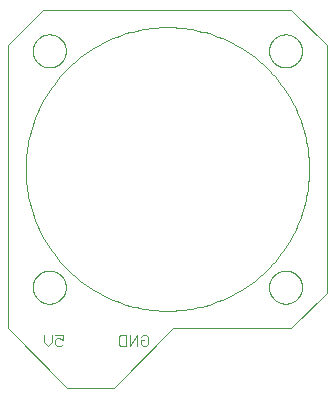
<source format=gbo>
G75*
%MOIN*%
%OFA0B0*%
%FSLAX25Y25*%
%IPPOS*%
%LPD*%
%AMOC8*
5,1,8,0,0,1.08239X$1,22.5*
%
%ADD10C,0.00000*%
%ADD11C,0.00300*%
D10*
X0019517Y0026222D02*
X0039202Y0006537D01*
X0054950Y0006537D01*
X0074635Y0026222D01*
X0114005Y0026222D01*
X0125816Y0038033D01*
X0125816Y0120710D01*
X0114005Y0132521D01*
X0031328Y0132521D01*
X0019517Y0120710D01*
X0019517Y0026222D01*
X0027784Y0040002D02*
X0027786Y0040150D01*
X0027792Y0040298D01*
X0027802Y0040446D01*
X0027816Y0040593D01*
X0027834Y0040740D01*
X0027855Y0040886D01*
X0027881Y0041032D01*
X0027911Y0041177D01*
X0027944Y0041321D01*
X0027982Y0041464D01*
X0028023Y0041606D01*
X0028068Y0041747D01*
X0028116Y0041887D01*
X0028169Y0042026D01*
X0028225Y0042163D01*
X0028285Y0042298D01*
X0028348Y0042432D01*
X0028415Y0042564D01*
X0028486Y0042694D01*
X0028560Y0042822D01*
X0028637Y0042948D01*
X0028718Y0043072D01*
X0028802Y0043194D01*
X0028889Y0043313D01*
X0028980Y0043430D01*
X0029074Y0043545D01*
X0029170Y0043657D01*
X0029270Y0043767D01*
X0029372Y0043873D01*
X0029478Y0043977D01*
X0029586Y0044078D01*
X0029697Y0044176D01*
X0029810Y0044272D01*
X0029926Y0044364D01*
X0030044Y0044453D01*
X0030165Y0044538D01*
X0030288Y0044621D01*
X0030413Y0044700D01*
X0030540Y0044776D01*
X0030669Y0044848D01*
X0030800Y0044917D01*
X0030933Y0044982D01*
X0031068Y0045043D01*
X0031204Y0045101D01*
X0031341Y0045156D01*
X0031480Y0045206D01*
X0031621Y0045253D01*
X0031762Y0045296D01*
X0031905Y0045336D01*
X0032049Y0045371D01*
X0032193Y0045403D01*
X0032339Y0045430D01*
X0032485Y0045454D01*
X0032632Y0045474D01*
X0032779Y0045490D01*
X0032926Y0045502D01*
X0033074Y0045510D01*
X0033222Y0045514D01*
X0033370Y0045514D01*
X0033518Y0045510D01*
X0033666Y0045502D01*
X0033813Y0045490D01*
X0033960Y0045474D01*
X0034107Y0045454D01*
X0034253Y0045430D01*
X0034399Y0045403D01*
X0034543Y0045371D01*
X0034687Y0045336D01*
X0034830Y0045296D01*
X0034971Y0045253D01*
X0035112Y0045206D01*
X0035251Y0045156D01*
X0035388Y0045101D01*
X0035524Y0045043D01*
X0035659Y0044982D01*
X0035792Y0044917D01*
X0035923Y0044848D01*
X0036052Y0044776D01*
X0036179Y0044700D01*
X0036304Y0044621D01*
X0036427Y0044538D01*
X0036548Y0044453D01*
X0036666Y0044364D01*
X0036782Y0044272D01*
X0036895Y0044176D01*
X0037006Y0044078D01*
X0037114Y0043977D01*
X0037220Y0043873D01*
X0037322Y0043767D01*
X0037422Y0043657D01*
X0037518Y0043545D01*
X0037612Y0043430D01*
X0037703Y0043313D01*
X0037790Y0043194D01*
X0037874Y0043072D01*
X0037955Y0042948D01*
X0038032Y0042822D01*
X0038106Y0042694D01*
X0038177Y0042564D01*
X0038244Y0042432D01*
X0038307Y0042298D01*
X0038367Y0042163D01*
X0038423Y0042026D01*
X0038476Y0041887D01*
X0038524Y0041747D01*
X0038569Y0041606D01*
X0038610Y0041464D01*
X0038648Y0041321D01*
X0038681Y0041177D01*
X0038711Y0041032D01*
X0038737Y0040886D01*
X0038758Y0040740D01*
X0038776Y0040593D01*
X0038790Y0040446D01*
X0038800Y0040298D01*
X0038806Y0040150D01*
X0038808Y0040002D01*
X0038806Y0039854D01*
X0038800Y0039706D01*
X0038790Y0039558D01*
X0038776Y0039411D01*
X0038758Y0039264D01*
X0038737Y0039118D01*
X0038711Y0038972D01*
X0038681Y0038827D01*
X0038648Y0038683D01*
X0038610Y0038540D01*
X0038569Y0038398D01*
X0038524Y0038257D01*
X0038476Y0038117D01*
X0038423Y0037978D01*
X0038367Y0037841D01*
X0038307Y0037706D01*
X0038244Y0037572D01*
X0038177Y0037440D01*
X0038106Y0037310D01*
X0038032Y0037182D01*
X0037955Y0037056D01*
X0037874Y0036932D01*
X0037790Y0036810D01*
X0037703Y0036691D01*
X0037612Y0036574D01*
X0037518Y0036459D01*
X0037422Y0036347D01*
X0037322Y0036237D01*
X0037220Y0036131D01*
X0037114Y0036027D01*
X0037006Y0035926D01*
X0036895Y0035828D01*
X0036782Y0035732D01*
X0036666Y0035640D01*
X0036548Y0035551D01*
X0036427Y0035466D01*
X0036304Y0035383D01*
X0036179Y0035304D01*
X0036052Y0035228D01*
X0035923Y0035156D01*
X0035792Y0035087D01*
X0035659Y0035022D01*
X0035524Y0034961D01*
X0035388Y0034903D01*
X0035251Y0034848D01*
X0035112Y0034798D01*
X0034971Y0034751D01*
X0034830Y0034708D01*
X0034687Y0034668D01*
X0034543Y0034633D01*
X0034399Y0034601D01*
X0034253Y0034574D01*
X0034107Y0034550D01*
X0033960Y0034530D01*
X0033813Y0034514D01*
X0033666Y0034502D01*
X0033518Y0034494D01*
X0033370Y0034490D01*
X0033222Y0034490D01*
X0033074Y0034494D01*
X0032926Y0034502D01*
X0032779Y0034514D01*
X0032632Y0034530D01*
X0032485Y0034550D01*
X0032339Y0034574D01*
X0032193Y0034601D01*
X0032049Y0034633D01*
X0031905Y0034668D01*
X0031762Y0034708D01*
X0031621Y0034751D01*
X0031480Y0034798D01*
X0031341Y0034848D01*
X0031204Y0034903D01*
X0031068Y0034961D01*
X0030933Y0035022D01*
X0030800Y0035087D01*
X0030669Y0035156D01*
X0030540Y0035228D01*
X0030413Y0035304D01*
X0030288Y0035383D01*
X0030165Y0035466D01*
X0030044Y0035551D01*
X0029926Y0035640D01*
X0029810Y0035732D01*
X0029697Y0035828D01*
X0029586Y0035926D01*
X0029478Y0036027D01*
X0029372Y0036131D01*
X0029270Y0036237D01*
X0029170Y0036347D01*
X0029074Y0036459D01*
X0028980Y0036574D01*
X0028889Y0036691D01*
X0028802Y0036810D01*
X0028718Y0036932D01*
X0028637Y0037056D01*
X0028560Y0037182D01*
X0028486Y0037310D01*
X0028415Y0037440D01*
X0028348Y0037572D01*
X0028285Y0037706D01*
X0028225Y0037841D01*
X0028169Y0037978D01*
X0028116Y0038117D01*
X0028068Y0038257D01*
X0028023Y0038398D01*
X0027982Y0038540D01*
X0027944Y0038683D01*
X0027911Y0038827D01*
X0027881Y0038972D01*
X0027855Y0039118D01*
X0027834Y0039264D01*
X0027816Y0039411D01*
X0027802Y0039558D01*
X0027792Y0039706D01*
X0027786Y0039854D01*
X0027784Y0040002D01*
X0025422Y0079372D02*
X0025436Y0080531D01*
X0025479Y0081690D01*
X0025550Y0082847D01*
X0025649Y0084003D01*
X0025777Y0085155D01*
X0025933Y0086304D01*
X0026118Y0087449D01*
X0026330Y0088589D01*
X0026570Y0089723D01*
X0026838Y0090851D01*
X0027133Y0091973D01*
X0027456Y0093086D01*
X0027806Y0094192D01*
X0028184Y0095288D01*
X0028588Y0096375D01*
X0029018Y0097451D01*
X0029475Y0098517D01*
X0029958Y0099571D01*
X0030467Y0100613D01*
X0031001Y0101643D01*
X0031560Y0102658D01*
X0032143Y0103660D01*
X0032752Y0104647D01*
X0033384Y0105619D01*
X0034040Y0106575D01*
X0034719Y0107515D01*
X0035421Y0108438D01*
X0036146Y0109343D01*
X0036892Y0110230D01*
X0037661Y0111099D01*
X0038450Y0111949D01*
X0039259Y0112779D01*
X0040089Y0113588D01*
X0040939Y0114377D01*
X0041808Y0115146D01*
X0042695Y0115892D01*
X0043600Y0116617D01*
X0044523Y0117319D01*
X0045463Y0117998D01*
X0046419Y0118654D01*
X0047391Y0119286D01*
X0048378Y0119895D01*
X0049380Y0120478D01*
X0050395Y0121037D01*
X0051425Y0121571D01*
X0052467Y0122080D01*
X0053521Y0122563D01*
X0054587Y0123020D01*
X0055663Y0123450D01*
X0056750Y0123854D01*
X0057846Y0124232D01*
X0058952Y0124582D01*
X0060065Y0124905D01*
X0061187Y0125200D01*
X0062315Y0125468D01*
X0063449Y0125708D01*
X0064589Y0125920D01*
X0065734Y0126105D01*
X0066883Y0126261D01*
X0068035Y0126389D01*
X0069191Y0126488D01*
X0070348Y0126559D01*
X0071507Y0126602D01*
X0072666Y0126616D01*
X0073825Y0126602D01*
X0074984Y0126559D01*
X0076141Y0126488D01*
X0077297Y0126389D01*
X0078449Y0126261D01*
X0079598Y0126105D01*
X0080743Y0125920D01*
X0081883Y0125708D01*
X0083017Y0125468D01*
X0084145Y0125200D01*
X0085267Y0124905D01*
X0086380Y0124582D01*
X0087486Y0124232D01*
X0088582Y0123854D01*
X0089669Y0123450D01*
X0090745Y0123020D01*
X0091811Y0122563D01*
X0092865Y0122080D01*
X0093907Y0121571D01*
X0094937Y0121037D01*
X0095952Y0120478D01*
X0096954Y0119895D01*
X0097941Y0119286D01*
X0098913Y0118654D01*
X0099869Y0117998D01*
X0100809Y0117319D01*
X0101732Y0116617D01*
X0102637Y0115892D01*
X0103524Y0115146D01*
X0104393Y0114377D01*
X0105243Y0113588D01*
X0106073Y0112779D01*
X0106882Y0111949D01*
X0107671Y0111099D01*
X0108440Y0110230D01*
X0109186Y0109343D01*
X0109911Y0108438D01*
X0110613Y0107515D01*
X0111292Y0106575D01*
X0111948Y0105619D01*
X0112580Y0104647D01*
X0113189Y0103660D01*
X0113772Y0102658D01*
X0114331Y0101643D01*
X0114865Y0100613D01*
X0115374Y0099571D01*
X0115857Y0098517D01*
X0116314Y0097451D01*
X0116744Y0096375D01*
X0117148Y0095288D01*
X0117526Y0094192D01*
X0117876Y0093086D01*
X0118199Y0091973D01*
X0118494Y0090851D01*
X0118762Y0089723D01*
X0119002Y0088589D01*
X0119214Y0087449D01*
X0119399Y0086304D01*
X0119555Y0085155D01*
X0119683Y0084003D01*
X0119782Y0082847D01*
X0119853Y0081690D01*
X0119896Y0080531D01*
X0119910Y0079372D01*
X0119896Y0078213D01*
X0119853Y0077054D01*
X0119782Y0075897D01*
X0119683Y0074741D01*
X0119555Y0073589D01*
X0119399Y0072440D01*
X0119214Y0071295D01*
X0119002Y0070155D01*
X0118762Y0069021D01*
X0118494Y0067893D01*
X0118199Y0066771D01*
X0117876Y0065658D01*
X0117526Y0064552D01*
X0117148Y0063456D01*
X0116744Y0062369D01*
X0116314Y0061293D01*
X0115857Y0060227D01*
X0115374Y0059173D01*
X0114865Y0058131D01*
X0114331Y0057101D01*
X0113772Y0056086D01*
X0113189Y0055084D01*
X0112580Y0054097D01*
X0111948Y0053125D01*
X0111292Y0052169D01*
X0110613Y0051229D01*
X0109911Y0050306D01*
X0109186Y0049401D01*
X0108440Y0048514D01*
X0107671Y0047645D01*
X0106882Y0046795D01*
X0106073Y0045965D01*
X0105243Y0045156D01*
X0104393Y0044367D01*
X0103524Y0043598D01*
X0102637Y0042852D01*
X0101732Y0042127D01*
X0100809Y0041425D01*
X0099869Y0040746D01*
X0098913Y0040090D01*
X0097941Y0039458D01*
X0096954Y0038849D01*
X0095952Y0038266D01*
X0094937Y0037707D01*
X0093907Y0037173D01*
X0092865Y0036664D01*
X0091811Y0036181D01*
X0090745Y0035724D01*
X0089669Y0035294D01*
X0088582Y0034890D01*
X0087486Y0034512D01*
X0086380Y0034162D01*
X0085267Y0033839D01*
X0084145Y0033544D01*
X0083017Y0033276D01*
X0081883Y0033036D01*
X0080743Y0032824D01*
X0079598Y0032639D01*
X0078449Y0032483D01*
X0077297Y0032355D01*
X0076141Y0032256D01*
X0074984Y0032185D01*
X0073825Y0032142D01*
X0072666Y0032128D01*
X0071507Y0032142D01*
X0070348Y0032185D01*
X0069191Y0032256D01*
X0068035Y0032355D01*
X0066883Y0032483D01*
X0065734Y0032639D01*
X0064589Y0032824D01*
X0063449Y0033036D01*
X0062315Y0033276D01*
X0061187Y0033544D01*
X0060065Y0033839D01*
X0058952Y0034162D01*
X0057846Y0034512D01*
X0056750Y0034890D01*
X0055663Y0035294D01*
X0054587Y0035724D01*
X0053521Y0036181D01*
X0052467Y0036664D01*
X0051425Y0037173D01*
X0050395Y0037707D01*
X0049380Y0038266D01*
X0048378Y0038849D01*
X0047391Y0039458D01*
X0046419Y0040090D01*
X0045463Y0040746D01*
X0044523Y0041425D01*
X0043600Y0042127D01*
X0042695Y0042852D01*
X0041808Y0043598D01*
X0040939Y0044367D01*
X0040089Y0045156D01*
X0039259Y0045965D01*
X0038450Y0046795D01*
X0037661Y0047645D01*
X0036892Y0048514D01*
X0036146Y0049401D01*
X0035421Y0050306D01*
X0034719Y0051229D01*
X0034040Y0052169D01*
X0033384Y0053125D01*
X0032752Y0054097D01*
X0032143Y0055084D01*
X0031560Y0056086D01*
X0031001Y0057101D01*
X0030467Y0058131D01*
X0029958Y0059173D01*
X0029475Y0060227D01*
X0029018Y0061293D01*
X0028588Y0062369D01*
X0028184Y0063456D01*
X0027806Y0064552D01*
X0027456Y0065658D01*
X0027133Y0066771D01*
X0026838Y0067893D01*
X0026570Y0069021D01*
X0026330Y0070155D01*
X0026118Y0071295D01*
X0025933Y0072440D01*
X0025777Y0073589D01*
X0025649Y0074741D01*
X0025550Y0075897D01*
X0025479Y0077054D01*
X0025436Y0078213D01*
X0025422Y0079372D01*
X0027784Y0118742D02*
X0027786Y0118890D01*
X0027792Y0119038D01*
X0027802Y0119186D01*
X0027816Y0119333D01*
X0027834Y0119480D01*
X0027855Y0119626D01*
X0027881Y0119772D01*
X0027911Y0119917D01*
X0027944Y0120061D01*
X0027982Y0120204D01*
X0028023Y0120346D01*
X0028068Y0120487D01*
X0028116Y0120627D01*
X0028169Y0120766D01*
X0028225Y0120903D01*
X0028285Y0121038D01*
X0028348Y0121172D01*
X0028415Y0121304D01*
X0028486Y0121434D01*
X0028560Y0121562D01*
X0028637Y0121688D01*
X0028718Y0121812D01*
X0028802Y0121934D01*
X0028889Y0122053D01*
X0028980Y0122170D01*
X0029074Y0122285D01*
X0029170Y0122397D01*
X0029270Y0122507D01*
X0029372Y0122613D01*
X0029478Y0122717D01*
X0029586Y0122818D01*
X0029697Y0122916D01*
X0029810Y0123012D01*
X0029926Y0123104D01*
X0030044Y0123193D01*
X0030165Y0123278D01*
X0030288Y0123361D01*
X0030413Y0123440D01*
X0030540Y0123516D01*
X0030669Y0123588D01*
X0030800Y0123657D01*
X0030933Y0123722D01*
X0031068Y0123783D01*
X0031204Y0123841D01*
X0031341Y0123896D01*
X0031480Y0123946D01*
X0031621Y0123993D01*
X0031762Y0124036D01*
X0031905Y0124076D01*
X0032049Y0124111D01*
X0032193Y0124143D01*
X0032339Y0124170D01*
X0032485Y0124194D01*
X0032632Y0124214D01*
X0032779Y0124230D01*
X0032926Y0124242D01*
X0033074Y0124250D01*
X0033222Y0124254D01*
X0033370Y0124254D01*
X0033518Y0124250D01*
X0033666Y0124242D01*
X0033813Y0124230D01*
X0033960Y0124214D01*
X0034107Y0124194D01*
X0034253Y0124170D01*
X0034399Y0124143D01*
X0034543Y0124111D01*
X0034687Y0124076D01*
X0034830Y0124036D01*
X0034971Y0123993D01*
X0035112Y0123946D01*
X0035251Y0123896D01*
X0035388Y0123841D01*
X0035524Y0123783D01*
X0035659Y0123722D01*
X0035792Y0123657D01*
X0035923Y0123588D01*
X0036052Y0123516D01*
X0036179Y0123440D01*
X0036304Y0123361D01*
X0036427Y0123278D01*
X0036548Y0123193D01*
X0036666Y0123104D01*
X0036782Y0123012D01*
X0036895Y0122916D01*
X0037006Y0122818D01*
X0037114Y0122717D01*
X0037220Y0122613D01*
X0037322Y0122507D01*
X0037422Y0122397D01*
X0037518Y0122285D01*
X0037612Y0122170D01*
X0037703Y0122053D01*
X0037790Y0121934D01*
X0037874Y0121812D01*
X0037955Y0121688D01*
X0038032Y0121562D01*
X0038106Y0121434D01*
X0038177Y0121304D01*
X0038244Y0121172D01*
X0038307Y0121038D01*
X0038367Y0120903D01*
X0038423Y0120766D01*
X0038476Y0120627D01*
X0038524Y0120487D01*
X0038569Y0120346D01*
X0038610Y0120204D01*
X0038648Y0120061D01*
X0038681Y0119917D01*
X0038711Y0119772D01*
X0038737Y0119626D01*
X0038758Y0119480D01*
X0038776Y0119333D01*
X0038790Y0119186D01*
X0038800Y0119038D01*
X0038806Y0118890D01*
X0038808Y0118742D01*
X0038806Y0118594D01*
X0038800Y0118446D01*
X0038790Y0118298D01*
X0038776Y0118151D01*
X0038758Y0118004D01*
X0038737Y0117858D01*
X0038711Y0117712D01*
X0038681Y0117567D01*
X0038648Y0117423D01*
X0038610Y0117280D01*
X0038569Y0117138D01*
X0038524Y0116997D01*
X0038476Y0116857D01*
X0038423Y0116718D01*
X0038367Y0116581D01*
X0038307Y0116446D01*
X0038244Y0116312D01*
X0038177Y0116180D01*
X0038106Y0116050D01*
X0038032Y0115922D01*
X0037955Y0115796D01*
X0037874Y0115672D01*
X0037790Y0115550D01*
X0037703Y0115431D01*
X0037612Y0115314D01*
X0037518Y0115199D01*
X0037422Y0115087D01*
X0037322Y0114977D01*
X0037220Y0114871D01*
X0037114Y0114767D01*
X0037006Y0114666D01*
X0036895Y0114568D01*
X0036782Y0114472D01*
X0036666Y0114380D01*
X0036548Y0114291D01*
X0036427Y0114206D01*
X0036304Y0114123D01*
X0036179Y0114044D01*
X0036052Y0113968D01*
X0035923Y0113896D01*
X0035792Y0113827D01*
X0035659Y0113762D01*
X0035524Y0113701D01*
X0035388Y0113643D01*
X0035251Y0113588D01*
X0035112Y0113538D01*
X0034971Y0113491D01*
X0034830Y0113448D01*
X0034687Y0113408D01*
X0034543Y0113373D01*
X0034399Y0113341D01*
X0034253Y0113314D01*
X0034107Y0113290D01*
X0033960Y0113270D01*
X0033813Y0113254D01*
X0033666Y0113242D01*
X0033518Y0113234D01*
X0033370Y0113230D01*
X0033222Y0113230D01*
X0033074Y0113234D01*
X0032926Y0113242D01*
X0032779Y0113254D01*
X0032632Y0113270D01*
X0032485Y0113290D01*
X0032339Y0113314D01*
X0032193Y0113341D01*
X0032049Y0113373D01*
X0031905Y0113408D01*
X0031762Y0113448D01*
X0031621Y0113491D01*
X0031480Y0113538D01*
X0031341Y0113588D01*
X0031204Y0113643D01*
X0031068Y0113701D01*
X0030933Y0113762D01*
X0030800Y0113827D01*
X0030669Y0113896D01*
X0030540Y0113968D01*
X0030413Y0114044D01*
X0030288Y0114123D01*
X0030165Y0114206D01*
X0030044Y0114291D01*
X0029926Y0114380D01*
X0029810Y0114472D01*
X0029697Y0114568D01*
X0029586Y0114666D01*
X0029478Y0114767D01*
X0029372Y0114871D01*
X0029270Y0114977D01*
X0029170Y0115087D01*
X0029074Y0115199D01*
X0028980Y0115314D01*
X0028889Y0115431D01*
X0028802Y0115550D01*
X0028718Y0115672D01*
X0028637Y0115796D01*
X0028560Y0115922D01*
X0028486Y0116050D01*
X0028415Y0116180D01*
X0028348Y0116312D01*
X0028285Y0116446D01*
X0028225Y0116581D01*
X0028169Y0116718D01*
X0028116Y0116857D01*
X0028068Y0116997D01*
X0028023Y0117138D01*
X0027982Y0117280D01*
X0027944Y0117423D01*
X0027911Y0117567D01*
X0027881Y0117712D01*
X0027855Y0117858D01*
X0027834Y0118004D01*
X0027816Y0118151D01*
X0027802Y0118298D01*
X0027792Y0118446D01*
X0027786Y0118594D01*
X0027784Y0118742D01*
X0106524Y0118742D02*
X0106526Y0118890D01*
X0106532Y0119038D01*
X0106542Y0119186D01*
X0106556Y0119333D01*
X0106574Y0119480D01*
X0106595Y0119626D01*
X0106621Y0119772D01*
X0106651Y0119917D01*
X0106684Y0120061D01*
X0106722Y0120204D01*
X0106763Y0120346D01*
X0106808Y0120487D01*
X0106856Y0120627D01*
X0106909Y0120766D01*
X0106965Y0120903D01*
X0107025Y0121038D01*
X0107088Y0121172D01*
X0107155Y0121304D01*
X0107226Y0121434D01*
X0107300Y0121562D01*
X0107377Y0121688D01*
X0107458Y0121812D01*
X0107542Y0121934D01*
X0107629Y0122053D01*
X0107720Y0122170D01*
X0107814Y0122285D01*
X0107910Y0122397D01*
X0108010Y0122507D01*
X0108112Y0122613D01*
X0108218Y0122717D01*
X0108326Y0122818D01*
X0108437Y0122916D01*
X0108550Y0123012D01*
X0108666Y0123104D01*
X0108784Y0123193D01*
X0108905Y0123278D01*
X0109028Y0123361D01*
X0109153Y0123440D01*
X0109280Y0123516D01*
X0109409Y0123588D01*
X0109540Y0123657D01*
X0109673Y0123722D01*
X0109808Y0123783D01*
X0109944Y0123841D01*
X0110081Y0123896D01*
X0110220Y0123946D01*
X0110361Y0123993D01*
X0110502Y0124036D01*
X0110645Y0124076D01*
X0110789Y0124111D01*
X0110933Y0124143D01*
X0111079Y0124170D01*
X0111225Y0124194D01*
X0111372Y0124214D01*
X0111519Y0124230D01*
X0111666Y0124242D01*
X0111814Y0124250D01*
X0111962Y0124254D01*
X0112110Y0124254D01*
X0112258Y0124250D01*
X0112406Y0124242D01*
X0112553Y0124230D01*
X0112700Y0124214D01*
X0112847Y0124194D01*
X0112993Y0124170D01*
X0113139Y0124143D01*
X0113283Y0124111D01*
X0113427Y0124076D01*
X0113570Y0124036D01*
X0113711Y0123993D01*
X0113852Y0123946D01*
X0113991Y0123896D01*
X0114128Y0123841D01*
X0114264Y0123783D01*
X0114399Y0123722D01*
X0114532Y0123657D01*
X0114663Y0123588D01*
X0114792Y0123516D01*
X0114919Y0123440D01*
X0115044Y0123361D01*
X0115167Y0123278D01*
X0115288Y0123193D01*
X0115406Y0123104D01*
X0115522Y0123012D01*
X0115635Y0122916D01*
X0115746Y0122818D01*
X0115854Y0122717D01*
X0115960Y0122613D01*
X0116062Y0122507D01*
X0116162Y0122397D01*
X0116258Y0122285D01*
X0116352Y0122170D01*
X0116443Y0122053D01*
X0116530Y0121934D01*
X0116614Y0121812D01*
X0116695Y0121688D01*
X0116772Y0121562D01*
X0116846Y0121434D01*
X0116917Y0121304D01*
X0116984Y0121172D01*
X0117047Y0121038D01*
X0117107Y0120903D01*
X0117163Y0120766D01*
X0117216Y0120627D01*
X0117264Y0120487D01*
X0117309Y0120346D01*
X0117350Y0120204D01*
X0117388Y0120061D01*
X0117421Y0119917D01*
X0117451Y0119772D01*
X0117477Y0119626D01*
X0117498Y0119480D01*
X0117516Y0119333D01*
X0117530Y0119186D01*
X0117540Y0119038D01*
X0117546Y0118890D01*
X0117548Y0118742D01*
X0117546Y0118594D01*
X0117540Y0118446D01*
X0117530Y0118298D01*
X0117516Y0118151D01*
X0117498Y0118004D01*
X0117477Y0117858D01*
X0117451Y0117712D01*
X0117421Y0117567D01*
X0117388Y0117423D01*
X0117350Y0117280D01*
X0117309Y0117138D01*
X0117264Y0116997D01*
X0117216Y0116857D01*
X0117163Y0116718D01*
X0117107Y0116581D01*
X0117047Y0116446D01*
X0116984Y0116312D01*
X0116917Y0116180D01*
X0116846Y0116050D01*
X0116772Y0115922D01*
X0116695Y0115796D01*
X0116614Y0115672D01*
X0116530Y0115550D01*
X0116443Y0115431D01*
X0116352Y0115314D01*
X0116258Y0115199D01*
X0116162Y0115087D01*
X0116062Y0114977D01*
X0115960Y0114871D01*
X0115854Y0114767D01*
X0115746Y0114666D01*
X0115635Y0114568D01*
X0115522Y0114472D01*
X0115406Y0114380D01*
X0115288Y0114291D01*
X0115167Y0114206D01*
X0115044Y0114123D01*
X0114919Y0114044D01*
X0114792Y0113968D01*
X0114663Y0113896D01*
X0114532Y0113827D01*
X0114399Y0113762D01*
X0114264Y0113701D01*
X0114128Y0113643D01*
X0113991Y0113588D01*
X0113852Y0113538D01*
X0113711Y0113491D01*
X0113570Y0113448D01*
X0113427Y0113408D01*
X0113283Y0113373D01*
X0113139Y0113341D01*
X0112993Y0113314D01*
X0112847Y0113290D01*
X0112700Y0113270D01*
X0112553Y0113254D01*
X0112406Y0113242D01*
X0112258Y0113234D01*
X0112110Y0113230D01*
X0111962Y0113230D01*
X0111814Y0113234D01*
X0111666Y0113242D01*
X0111519Y0113254D01*
X0111372Y0113270D01*
X0111225Y0113290D01*
X0111079Y0113314D01*
X0110933Y0113341D01*
X0110789Y0113373D01*
X0110645Y0113408D01*
X0110502Y0113448D01*
X0110361Y0113491D01*
X0110220Y0113538D01*
X0110081Y0113588D01*
X0109944Y0113643D01*
X0109808Y0113701D01*
X0109673Y0113762D01*
X0109540Y0113827D01*
X0109409Y0113896D01*
X0109280Y0113968D01*
X0109153Y0114044D01*
X0109028Y0114123D01*
X0108905Y0114206D01*
X0108784Y0114291D01*
X0108666Y0114380D01*
X0108550Y0114472D01*
X0108437Y0114568D01*
X0108326Y0114666D01*
X0108218Y0114767D01*
X0108112Y0114871D01*
X0108010Y0114977D01*
X0107910Y0115087D01*
X0107814Y0115199D01*
X0107720Y0115314D01*
X0107629Y0115431D01*
X0107542Y0115550D01*
X0107458Y0115672D01*
X0107377Y0115796D01*
X0107300Y0115922D01*
X0107226Y0116050D01*
X0107155Y0116180D01*
X0107088Y0116312D01*
X0107025Y0116446D01*
X0106965Y0116581D01*
X0106909Y0116718D01*
X0106856Y0116857D01*
X0106808Y0116997D01*
X0106763Y0117138D01*
X0106722Y0117280D01*
X0106684Y0117423D01*
X0106651Y0117567D01*
X0106621Y0117712D01*
X0106595Y0117858D01*
X0106574Y0118004D01*
X0106556Y0118151D01*
X0106542Y0118298D01*
X0106532Y0118446D01*
X0106526Y0118594D01*
X0106524Y0118742D01*
X0106524Y0040002D02*
X0106526Y0040150D01*
X0106532Y0040298D01*
X0106542Y0040446D01*
X0106556Y0040593D01*
X0106574Y0040740D01*
X0106595Y0040886D01*
X0106621Y0041032D01*
X0106651Y0041177D01*
X0106684Y0041321D01*
X0106722Y0041464D01*
X0106763Y0041606D01*
X0106808Y0041747D01*
X0106856Y0041887D01*
X0106909Y0042026D01*
X0106965Y0042163D01*
X0107025Y0042298D01*
X0107088Y0042432D01*
X0107155Y0042564D01*
X0107226Y0042694D01*
X0107300Y0042822D01*
X0107377Y0042948D01*
X0107458Y0043072D01*
X0107542Y0043194D01*
X0107629Y0043313D01*
X0107720Y0043430D01*
X0107814Y0043545D01*
X0107910Y0043657D01*
X0108010Y0043767D01*
X0108112Y0043873D01*
X0108218Y0043977D01*
X0108326Y0044078D01*
X0108437Y0044176D01*
X0108550Y0044272D01*
X0108666Y0044364D01*
X0108784Y0044453D01*
X0108905Y0044538D01*
X0109028Y0044621D01*
X0109153Y0044700D01*
X0109280Y0044776D01*
X0109409Y0044848D01*
X0109540Y0044917D01*
X0109673Y0044982D01*
X0109808Y0045043D01*
X0109944Y0045101D01*
X0110081Y0045156D01*
X0110220Y0045206D01*
X0110361Y0045253D01*
X0110502Y0045296D01*
X0110645Y0045336D01*
X0110789Y0045371D01*
X0110933Y0045403D01*
X0111079Y0045430D01*
X0111225Y0045454D01*
X0111372Y0045474D01*
X0111519Y0045490D01*
X0111666Y0045502D01*
X0111814Y0045510D01*
X0111962Y0045514D01*
X0112110Y0045514D01*
X0112258Y0045510D01*
X0112406Y0045502D01*
X0112553Y0045490D01*
X0112700Y0045474D01*
X0112847Y0045454D01*
X0112993Y0045430D01*
X0113139Y0045403D01*
X0113283Y0045371D01*
X0113427Y0045336D01*
X0113570Y0045296D01*
X0113711Y0045253D01*
X0113852Y0045206D01*
X0113991Y0045156D01*
X0114128Y0045101D01*
X0114264Y0045043D01*
X0114399Y0044982D01*
X0114532Y0044917D01*
X0114663Y0044848D01*
X0114792Y0044776D01*
X0114919Y0044700D01*
X0115044Y0044621D01*
X0115167Y0044538D01*
X0115288Y0044453D01*
X0115406Y0044364D01*
X0115522Y0044272D01*
X0115635Y0044176D01*
X0115746Y0044078D01*
X0115854Y0043977D01*
X0115960Y0043873D01*
X0116062Y0043767D01*
X0116162Y0043657D01*
X0116258Y0043545D01*
X0116352Y0043430D01*
X0116443Y0043313D01*
X0116530Y0043194D01*
X0116614Y0043072D01*
X0116695Y0042948D01*
X0116772Y0042822D01*
X0116846Y0042694D01*
X0116917Y0042564D01*
X0116984Y0042432D01*
X0117047Y0042298D01*
X0117107Y0042163D01*
X0117163Y0042026D01*
X0117216Y0041887D01*
X0117264Y0041747D01*
X0117309Y0041606D01*
X0117350Y0041464D01*
X0117388Y0041321D01*
X0117421Y0041177D01*
X0117451Y0041032D01*
X0117477Y0040886D01*
X0117498Y0040740D01*
X0117516Y0040593D01*
X0117530Y0040446D01*
X0117540Y0040298D01*
X0117546Y0040150D01*
X0117548Y0040002D01*
X0117546Y0039854D01*
X0117540Y0039706D01*
X0117530Y0039558D01*
X0117516Y0039411D01*
X0117498Y0039264D01*
X0117477Y0039118D01*
X0117451Y0038972D01*
X0117421Y0038827D01*
X0117388Y0038683D01*
X0117350Y0038540D01*
X0117309Y0038398D01*
X0117264Y0038257D01*
X0117216Y0038117D01*
X0117163Y0037978D01*
X0117107Y0037841D01*
X0117047Y0037706D01*
X0116984Y0037572D01*
X0116917Y0037440D01*
X0116846Y0037310D01*
X0116772Y0037182D01*
X0116695Y0037056D01*
X0116614Y0036932D01*
X0116530Y0036810D01*
X0116443Y0036691D01*
X0116352Y0036574D01*
X0116258Y0036459D01*
X0116162Y0036347D01*
X0116062Y0036237D01*
X0115960Y0036131D01*
X0115854Y0036027D01*
X0115746Y0035926D01*
X0115635Y0035828D01*
X0115522Y0035732D01*
X0115406Y0035640D01*
X0115288Y0035551D01*
X0115167Y0035466D01*
X0115044Y0035383D01*
X0114919Y0035304D01*
X0114792Y0035228D01*
X0114663Y0035156D01*
X0114532Y0035087D01*
X0114399Y0035022D01*
X0114264Y0034961D01*
X0114128Y0034903D01*
X0113991Y0034848D01*
X0113852Y0034798D01*
X0113711Y0034751D01*
X0113570Y0034708D01*
X0113427Y0034668D01*
X0113283Y0034633D01*
X0113139Y0034601D01*
X0112993Y0034574D01*
X0112847Y0034550D01*
X0112700Y0034530D01*
X0112553Y0034514D01*
X0112406Y0034502D01*
X0112258Y0034494D01*
X0112110Y0034490D01*
X0111962Y0034490D01*
X0111814Y0034494D01*
X0111666Y0034502D01*
X0111519Y0034514D01*
X0111372Y0034530D01*
X0111225Y0034550D01*
X0111079Y0034574D01*
X0110933Y0034601D01*
X0110789Y0034633D01*
X0110645Y0034668D01*
X0110502Y0034708D01*
X0110361Y0034751D01*
X0110220Y0034798D01*
X0110081Y0034848D01*
X0109944Y0034903D01*
X0109808Y0034961D01*
X0109673Y0035022D01*
X0109540Y0035087D01*
X0109409Y0035156D01*
X0109280Y0035228D01*
X0109153Y0035304D01*
X0109028Y0035383D01*
X0108905Y0035466D01*
X0108784Y0035551D01*
X0108666Y0035640D01*
X0108550Y0035732D01*
X0108437Y0035828D01*
X0108326Y0035926D01*
X0108218Y0036027D01*
X0108112Y0036131D01*
X0108010Y0036237D01*
X0107910Y0036347D01*
X0107814Y0036459D01*
X0107720Y0036574D01*
X0107629Y0036691D01*
X0107542Y0036810D01*
X0107458Y0036932D01*
X0107377Y0037056D01*
X0107300Y0037182D01*
X0107226Y0037310D01*
X0107155Y0037440D01*
X0107088Y0037572D01*
X0107025Y0037706D01*
X0106965Y0037841D01*
X0106909Y0037978D01*
X0106856Y0038117D01*
X0106808Y0038257D01*
X0106763Y0038398D01*
X0106722Y0038540D01*
X0106684Y0038683D01*
X0106651Y0038827D01*
X0106621Y0038972D01*
X0106595Y0039118D01*
X0106574Y0039264D01*
X0106556Y0039411D01*
X0106542Y0039558D01*
X0106532Y0039706D01*
X0106526Y0039854D01*
X0106524Y0040002D01*
D11*
X0066230Y0023521D02*
X0066230Y0021052D01*
X0065613Y0020435D01*
X0064378Y0020435D01*
X0063761Y0021052D01*
X0063761Y0022287D01*
X0064995Y0022287D01*
X0063761Y0023521D02*
X0064378Y0024138D01*
X0065613Y0024138D01*
X0066230Y0023521D01*
X0062547Y0024138D02*
X0060078Y0020435D01*
X0060078Y0024138D01*
X0058864Y0024138D02*
X0057012Y0024138D01*
X0056395Y0023521D01*
X0056395Y0021052D01*
X0057012Y0020435D01*
X0058864Y0020435D01*
X0058864Y0024138D01*
X0062547Y0024138D02*
X0062547Y0020435D01*
X0037813Y0021052D02*
X0037196Y0020435D01*
X0035962Y0020435D01*
X0035345Y0021052D01*
X0035345Y0022287D01*
X0035962Y0022904D01*
X0036579Y0022904D01*
X0037813Y0022287D01*
X0037813Y0024138D01*
X0035345Y0024138D01*
X0034130Y0024138D02*
X0034130Y0021669D01*
X0032896Y0020435D01*
X0031662Y0021669D01*
X0031662Y0024138D01*
M02*

</source>
